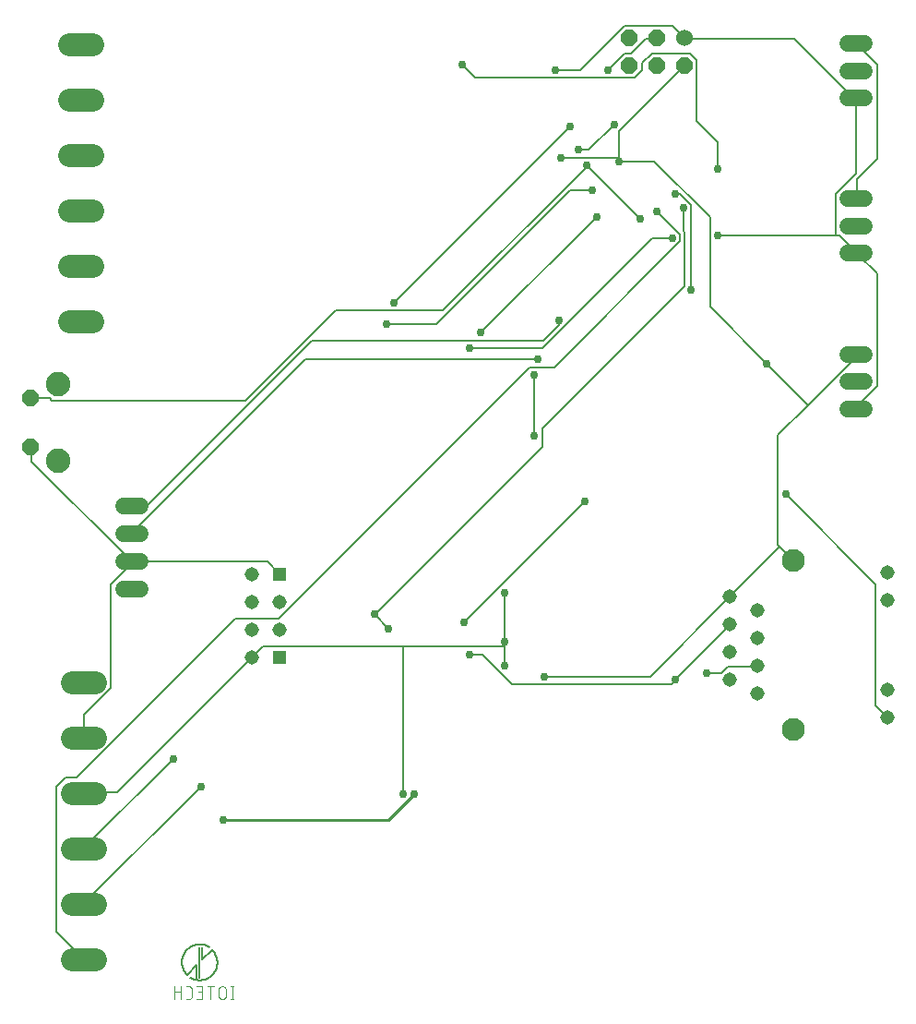
<source format=gbr>
G04 EAGLE Gerber RS-274X export*
G75*
%MOMM*%
%FSLAX34Y34*%
%LPD*%
%AMOC8*
5,1,8,0,0,1.08239X$1,22.5*%
G01*
%ADD10C,1.524000*%
%ADD11R,1.308000X1.308000*%
%ADD12C,1.308000*%
%ADD13C,2.095500*%
%ADD14C,2.100000*%
%ADD15C,1.524000*%
%ADD16P,1.649562X8X202.500000*%
%ADD17C,0.127000*%
%ADD18C,0.101600*%
%ADD19P,1.649562X8X292.500000*%
%ADD20C,2.247900*%
%ADD21C,0.254000*%
%ADD22C,0.756400*%
%ADD23C,0.203200*%


D10*
X772380Y620000D02*
X787620Y620000D01*
X787620Y595000D02*
X772380Y595000D01*
X772380Y570000D02*
X787620Y570000D01*
X787620Y762500D02*
X772380Y762500D01*
X772380Y737500D02*
X787620Y737500D01*
X787620Y712500D02*
X772380Y712500D01*
D11*
X251125Y418250D03*
X251125Y342050D03*
D12*
X251125Y392850D03*
X251125Y367450D03*
X225725Y367450D03*
X225725Y392850D03*
X225725Y418250D03*
X225725Y342050D03*
D13*
X78778Y904500D02*
X57823Y904500D01*
X57823Y853700D02*
X78778Y853700D01*
X78778Y650500D02*
X57823Y650500D01*
X57823Y802900D02*
X78778Y802900D01*
X78778Y752100D02*
X57823Y752100D01*
X57823Y701300D02*
X78778Y701300D01*
X81278Y319500D02*
X60323Y319500D01*
X60323Y268700D02*
X81278Y268700D01*
X81278Y65500D02*
X60323Y65500D01*
X60323Y217900D02*
X81278Y217900D01*
X81278Y167100D02*
X60323Y167100D01*
X60323Y116300D02*
X81278Y116300D01*
D10*
X772380Y905000D02*
X787620Y905000D01*
X787620Y880000D02*
X772380Y880000D01*
X772380Y855000D02*
X787620Y855000D01*
D14*
X722700Y275750D03*
X722700Y430650D03*
D12*
X808400Y419450D03*
X808400Y394050D03*
X808400Y312350D03*
X808400Y286950D03*
X664300Y397600D03*
X664300Y372200D03*
X664300Y346800D03*
X664300Y321400D03*
X689700Y385000D03*
X689700Y359600D03*
X689700Y334200D03*
X689700Y308800D03*
D10*
X122620Y404400D02*
X107380Y404400D01*
X107380Y429800D02*
X122620Y429800D01*
X122620Y455200D02*
X107380Y455200D01*
X107380Y480600D02*
X122620Y480600D01*
D15*
X622900Y910200D03*
D16*
X597500Y910200D03*
X572100Y910200D03*
X622900Y884800D03*
X597500Y884800D03*
X572100Y884800D03*
D17*
X177500Y76470D02*
X177500Y48530D01*
X174960Y48530D02*
X174960Y59960D01*
X166070Y51070D01*
X180040Y65040D02*
X188930Y73930D01*
X180040Y76470D02*
X180040Y65040D01*
X186390Y76471D02*
X186051Y76680D01*
X185707Y76881D01*
X185358Y77074D01*
X185005Y77258D01*
X184647Y77433D01*
X184285Y77600D01*
X183919Y77758D01*
X183549Y77907D01*
X183176Y78046D01*
X182799Y78177D01*
X182420Y78298D01*
X182037Y78411D01*
X181652Y78513D01*
X181265Y78607D01*
X180875Y78691D01*
X180484Y78765D01*
X180091Y78830D01*
X179696Y78885D01*
X179300Y78931D01*
X178903Y78967D01*
X178505Y78993D01*
X178107Y79010D01*
X177709Y79017D01*
X177310Y79014D01*
X176912Y79001D01*
X176514Y78979D01*
X176117Y78947D01*
X175720Y78906D01*
X175325Y78855D01*
X174931Y78794D01*
X174539Y78724D01*
X174149Y78644D01*
X173760Y78554D01*
X173374Y78455D01*
X172991Y78347D01*
X172610Y78230D01*
X172232Y78103D01*
X171857Y77967D01*
X171486Y77822D01*
X171118Y77668D01*
X170755Y77505D01*
X170395Y77333D01*
X170040Y77153D01*
X169689Y76964D01*
X169343Y76767D01*
X169001Y76561D01*
X168665Y76347D01*
X168335Y76124D01*
X168009Y75894D01*
X167690Y75656D01*
X167376Y75410D01*
X167068Y75157D01*
X166767Y74896D01*
X166472Y74628D01*
X166184Y74353D01*
X165902Y74071D01*
X165628Y73782D01*
X165360Y73486D01*
X165100Y73184D01*
X164847Y72876D01*
X164602Y72562D01*
X164365Y72242D01*
X164135Y71916D01*
X163914Y71585D01*
X163700Y71248D01*
X163495Y70907D01*
X163298Y70560D01*
X163110Y70209D01*
X162930Y69853D01*
X162759Y69493D01*
X162597Y69129D01*
X162444Y68761D01*
X162300Y68390D01*
X162165Y68015D01*
X162039Y67637D01*
X161922Y67256D01*
X161815Y66872D01*
X161717Y66485D01*
X161628Y66097D01*
X161549Y65706D01*
X161479Y65314D01*
X161420Y64920D01*
X161369Y64525D01*
X161328Y64128D01*
X161297Y63731D01*
X161276Y63333D01*
X161264Y62935D01*
X161262Y62536D01*
X161270Y62138D01*
X161288Y61739D01*
X161315Y61342D01*
X161352Y60945D01*
X161398Y60549D01*
X161454Y60155D01*
X161520Y59761D01*
X161595Y59370D01*
X161680Y58981D01*
X161774Y58593D01*
X161878Y58209D01*
X161991Y57826D01*
X162113Y57447D01*
X162244Y57071D01*
X162385Y56698D01*
X162535Y56329D01*
X162693Y55963D01*
X162861Y55601D01*
X163037Y55244D01*
X163222Y54891D01*
X163415Y54542D01*
X163617Y54199D01*
X163827Y53860D01*
X164045Y53527D01*
X164271Y53199D01*
X164506Y52876D01*
X164748Y52560D01*
X164997Y52249D01*
X165255Y51945D01*
X165519Y51646D01*
X165791Y51355D01*
X166070Y51070D01*
X168610Y48529D02*
X168949Y48320D01*
X169293Y48119D01*
X169642Y47926D01*
X169995Y47742D01*
X170353Y47567D01*
X170715Y47400D01*
X171081Y47242D01*
X171451Y47093D01*
X171824Y46954D01*
X172201Y46823D01*
X172580Y46702D01*
X172963Y46589D01*
X173348Y46487D01*
X173735Y46393D01*
X174125Y46309D01*
X174516Y46235D01*
X174909Y46170D01*
X175304Y46115D01*
X175700Y46069D01*
X176097Y46033D01*
X176495Y46007D01*
X176893Y45990D01*
X177291Y45983D01*
X177690Y45986D01*
X178088Y45999D01*
X178486Y46021D01*
X178883Y46053D01*
X179280Y46094D01*
X179675Y46145D01*
X180069Y46206D01*
X180461Y46276D01*
X180851Y46356D01*
X181240Y46446D01*
X181626Y46545D01*
X182009Y46653D01*
X182390Y46770D01*
X182768Y46897D01*
X183143Y47033D01*
X183514Y47178D01*
X183882Y47332D01*
X184245Y47495D01*
X184605Y47667D01*
X184960Y47847D01*
X185311Y48036D01*
X185657Y48233D01*
X185999Y48439D01*
X186335Y48653D01*
X186665Y48876D01*
X186991Y49106D01*
X187310Y49344D01*
X187624Y49590D01*
X187932Y49843D01*
X188233Y50104D01*
X188528Y50372D01*
X188816Y50647D01*
X189098Y50929D01*
X189372Y51218D01*
X189640Y51514D01*
X189900Y51816D01*
X190153Y52124D01*
X190398Y52438D01*
X190635Y52758D01*
X190865Y53084D01*
X191086Y53415D01*
X191300Y53752D01*
X191505Y54093D01*
X191702Y54440D01*
X191890Y54791D01*
X192070Y55147D01*
X192241Y55507D01*
X192403Y55871D01*
X192556Y56239D01*
X192700Y56610D01*
X192835Y56985D01*
X192961Y57363D01*
X193078Y57744D01*
X193185Y58128D01*
X193283Y58515D01*
X193372Y58903D01*
X193451Y59294D01*
X193521Y59686D01*
X193580Y60080D01*
X193631Y60475D01*
X193672Y60872D01*
X193703Y61269D01*
X193724Y61667D01*
X193736Y62065D01*
X193738Y62464D01*
X193730Y62862D01*
X193712Y63261D01*
X193685Y63658D01*
X193648Y64055D01*
X193602Y64451D01*
X193546Y64845D01*
X193480Y65239D01*
X193405Y65630D01*
X193320Y66019D01*
X193226Y66407D01*
X193122Y66791D01*
X193009Y67174D01*
X192887Y67553D01*
X192756Y67929D01*
X192615Y68302D01*
X192465Y68671D01*
X192307Y69037D01*
X192139Y69399D01*
X191963Y69756D01*
X191778Y70109D01*
X191585Y70458D01*
X191383Y70801D01*
X191173Y71140D01*
X190955Y71473D01*
X190729Y71801D01*
X190494Y72124D01*
X190252Y72440D01*
X190003Y72751D01*
X189745Y73055D01*
X189481Y73354D01*
X189209Y73645D01*
X188930Y73930D01*
D18*
X207444Y40402D02*
X207444Y28718D01*
X208742Y28718D02*
X206146Y28718D01*
X206146Y40402D02*
X208742Y40402D01*
X201545Y37156D02*
X201545Y31964D01*
X201546Y37156D02*
X201544Y37269D01*
X201538Y37382D01*
X201528Y37495D01*
X201514Y37608D01*
X201497Y37720D01*
X201475Y37831D01*
X201450Y37941D01*
X201420Y38051D01*
X201387Y38159D01*
X201350Y38266D01*
X201310Y38372D01*
X201265Y38476D01*
X201217Y38579D01*
X201166Y38680D01*
X201111Y38779D01*
X201053Y38876D01*
X200991Y38971D01*
X200926Y39064D01*
X200858Y39154D01*
X200787Y39242D01*
X200712Y39328D01*
X200635Y39411D01*
X200555Y39491D01*
X200472Y39568D01*
X200386Y39643D01*
X200298Y39714D01*
X200208Y39782D01*
X200115Y39847D01*
X200020Y39909D01*
X199923Y39967D01*
X199824Y40022D01*
X199723Y40073D01*
X199620Y40121D01*
X199516Y40166D01*
X199410Y40206D01*
X199303Y40243D01*
X199195Y40276D01*
X199085Y40306D01*
X198975Y40331D01*
X198864Y40353D01*
X198752Y40370D01*
X198639Y40384D01*
X198526Y40394D01*
X198413Y40400D01*
X198300Y40402D01*
X198187Y40400D01*
X198074Y40394D01*
X197961Y40384D01*
X197848Y40370D01*
X197736Y40353D01*
X197625Y40331D01*
X197515Y40306D01*
X197405Y40276D01*
X197297Y40243D01*
X197190Y40206D01*
X197084Y40166D01*
X196980Y40121D01*
X196877Y40073D01*
X196776Y40022D01*
X196677Y39967D01*
X196580Y39909D01*
X196485Y39847D01*
X196392Y39782D01*
X196302Y39714D01*
X196214Y39643D01*
X196128Y39568D01*
X196045Y39491D01*
X195965Y39411D01*
X195888Y39328D01*
X195813Y39242D01*
X195742Y39154D01*
X195674Y39064D01*
X195609Y38971D01*
X195547Y38876D01*
X195489Y38779D01*
X195434Y38680D01*
X195383Y38579D01*
X195335Y38476D01*
X195290Y38372D01*
X195250Y38266D01*
X195213Y38159D01*
X195180Y38051D01*
X195150Y37941D01*
X195125Y37831D01*
X195103Y37720D01*
X195086Y37608D01*
X195072Y37495D01*
X195062Y37382D01*
X195056Y37269D01*
X195054Y37156D01*
X195054Y31964D01*
X195056Y31851D01*
X195062Y31738D01*
X195072Y31625D01*
X195086Y31512D01*
X195103Y31400D01*
X195125Y31289D01*
X195150Y31179D01*
X195180Y31069D01*
X195213Y30961D01*
X195250Y30854D01*
X195290Y30748D01*
X195335Y30644D01*
X195383Y30541D01*
X195434Y30440D01*
X195489Y30341D01*
X195547Y30244D01*
X195609Y30149D01*
X195674Y30056D01*
X195742Y29966D01*
X195813Y29878D01*
X195888Y29792D01*
X195965Y29709D01*
X196045Y29629D01*
X196128Y29552D01*
X196214Y29477D01*
X196302Y29406D01*
X196392Y29338D01*
X196485Y29273D01*
X196580Y29211D01*
X196677Y29153D01*
X196776Y29098D01*
X196877Y29047D01*
X196980Y28999D01*
X197084Y28954D01*
X197190Y28914D01*
X197297Y28877D01*
X197405Y28844D01*
X197515Y28814D01*
X197625Y28789D01*
X197736Y28767D01*
X197848Y28750D01*
X197961Y28736D01*
X198074Y28726D01*
X198187Y28720D01*
X198300Y28718D01*
X198413Y28720D01*
X198526Y28726D01*
X198639Y28736D01*
X198752Y28750D01*
X198864Y28767D01*
X198975Y28789D01*
X199085Y28814D01*
X199195Y28844D01*
X199303Y28877D01*
X199410Y28914D01*
X199516Y28954D01*
X199620Y28999D01*
X199723Y29047D01*
X199824Y29098D01*
X199923Y29153D01*
X200020Y29211D01*
X200115Y29273D01*
X200208Y29338D01*
X200298Y29406D01*
X200386Y29477D01*
X200472Y29552D01*
X200555Y29629D01*
X200635Y29709D01*
X200712Y29792D01*
X200787Y29878D01*
X200858Y29966D01*
X200926Y30056D01*
X200991Y30149D01*
X201053Y30244D01*
X201111Y30341D01*
X201166Y30440D01*
X201217Y30541D01*
X201265Y30644D01*
X201310Y30748D01*
X201350Y30854D01*
X201387Y30961D01*
X201420Y31069D01*
X201450Y31179D01*
X201475Y31289D01*
X201497Y31400D01*
X201514Y31512D01*
X201528Y31625D01*
X201538Y31738D01*
X201544Y31851D01*
X201546Y31964D01*
X187632Y28718D02*
X187632Y40402D01*
X190877Y40402D02*
X184386Y40402D01*
X179806Y28718D02*
X174613Y28718D01*
X179806Y28718D02*
X179806Y40402D01*
X174613Y40402D01*
X175911Y35209D02*
X179806Y35209D01*
X167740Y28718D02*
X165144Y28718D01*
X167740Y28718D02*
X167839Y28720D01*
X167939Y28726D01*
X168038Y28735D01*
X168136Y28748D01*
X168234Y28765D01*
X168332Y28786D01*
X168428Y28811D01*
X168523Y28839D01*
X168617Y28871D01*
X168710Y28906D01*
X168802Y28945D01*
X168892Y28988D01*
X168980Y29033D01*
X169067Y29083D01*
X169151Y29135D01*
X169234Y29191D01*
X169314Y29249D01*
X169392Y29311D01*
X169467Y29376D01*
X169540Y29444D01*
X169610Y29514D01*
X169678Y29587D01*
X169743Y29662D01*
X169805Y29740D01*
X169863Y29820D01*
X169919Y29903D01*
X169971Y29987D01*
X170021Y30074D01*
X170066Y30162D01*
X170109Y30252D01*
X170148Y30344D01*
X170183Y30437D01*
X170215Y30531D01*
X170243Y30626D01*
X170268Y30722D01*
X170289Y30820D01*
X170306Y30918D01*
X170319Y31016D01*
X170328Y31115D01*
X170334Y31215D01*
X170336Y31314D01*
X170337Y31314D02*
X170337Y37806D01*
X170336Y37806D02*
X170334Y37905D01*
X170328Y38005D01*
X170319Y38104D01*
X170306Y38202D01*
X170289Y38300D01*
X170268Y38398D01*
X170243Y38494D01*
X170215Y38589D01*
X170183Y38683D01*
X170148Y38776D01*
X170109Y38868D01*
X170066Y38958D01*
X170021Y39046D01*
X169971Y39133D01*
X169919Y39217D01*
X169863Y39300D01*
X169805Y39380D01*
X169743Y39458D01*
X169678Y39533D01*
X169610Y39606D01*
X169540Y39676D01*
X169467Y39744D01*
X169392Y39809D01*
X169314Y39871D01*
X169234Y39929D01*
X169151Y39985D01*
X169067Y40037D01*
X168980Y40087D01*
X168892Y40132D01*
X168802Y40175D01*
X168710Y40214D01*
X168617Y40249D01*
X168523Y40281D01*
X168428Y40309D01*
X168332Y40334D01*
X168234Y40355D01*
X168136Y40372D01*
X168038Y40385D01*
X167939Y40394D01*
X167839Y40400D01*
X167740Y40402D01*
X165144Y40402D01*
X160397Y40402D02*
X160397Y28718D01*
X160397Y35209D02*
X153906Y35209D01*
X153906Y40402D02*
X153906Y28718D01*
D19*
X22554Y580106D03*
X22554Y534894D03*
D20*
X47446Y592552D03*
X47446Y522448D03*
D21*
X374524Y216346D02*
X351052Y192875D01*
X198998Y192875D01*
D22*
X374524Y216346D03*
X198998Y192875D03*
D23*
X239818Y429631D02*
X115317Y429631D01*
X239818Y429631D02*
X251043Y418405D01*
X115317Y429631D02*
X115000Y429800D01*
X251043Y418405D02*
X251125Y418250D01*
X23472Y521476D02*
X23472Y534742D01*
X23472Y521476D02*
X114296Y430651D01*
X23472Y534742D02*
X22554Y534894D01*
X114296Y430651D02*
X115000Y429800D01*
X71435Y289822D02*
X71435Y269412D01*
X71435Y289822D02*
X95927Y314314D01*
X95927Y409221D01*
X115317Y428610D01*
X71435Y269412D02*
X70800Y268700D01*
X115317Y428610D02*
X115000Y429800D01*
X780683Y763334D02*
X780683Y780683D01*
X799052Y799052D01*
X799052Y885794D01*
X780683Y904163D01*
X780683Y763334D02*
X780000Y762500D01*
X780683Y904163D02*
X780000Y905000D01*
X562296Y824564D02*
X562296Y800072D01*
X562296Y824564D02*
X622505Y884774D01*
X622900Y884800D01*
X562296Y800072D02*
X509230Y800072D01*
X562296Y800072D02*
X562296Y797011D01*
X590870Y324519D02*
X493922Y324519D01*
X590870Y324519D02*
X663325Y396975D01*
X664300Y397600D01*
X779662Y617403D02*
X779662Y619444D01*
X735781Y573521D02*
X708227Y545968D01*
X735781Y573521D02*
X779662Y617403D01*
X708227Y545968D02*
X708227Y444938D01*
X709758Y443407D02*
X722514Y430651D01*
X709758Y443407D02*
X708227Y444938D01*
X779662Y619444D02*
X780000Y620000D01*
X722700Y430650D02*
X722514Y430651D01*
X735781Y573521D02*
X698022Y611280D01*
X709758Y443407D02*
X664346Y397995D01*
X664300Y397600D01*
X594952Y797011D02*
X562296Y797011D01*
X594952Y797011D02*
X645977Y745986D01*
X645977Y663325D01*
X698022Y611280D01*
D22*
X562296Y797011D03*
X509230Y800072D03*
X493922Y324519D03*
X698022Y611280D03*
D23*
X537804Y770478D02*
X517394Y770478D01*
X394934Y648018D01*
X349011Y648018D01*
X153075Y249002D02*
X71435Y167362D01*
X70800Y167100D01*
D22*
X537804Y770478D03*
X349011Y648018D03*
X153075Y249002D03*
D23*
X484738Y544947D02*
X484738Y601075D01*
D22*
X484738Y601075D03*
X484738Y544947D03*
D23*
X592911Y726596D02*
X611280Y726596D01*
X592911Y726596D02*
X491881Y625567D01*
X425549Y625567D01*
D22*
X611280Y726596D03*
X425549Y625567D03*
D23*
X530660Y484738D02*
X420446Y374524D01*
D22*
X420446Y374524D03*
X530660Y484738D03*
D23*
X614341Y767416D02*
X618423Y767416D01*
X628628Y757211D01*
X628628Y678633D01*
D22*
X614341Y767416D03*
X628628Y678633D03*
D23*
X337786Y381667D02*
X351052Y368401D01*
X621485Y732719D02*
X621485Y754150D01*
X621485Y732719D02*
X622505Y731699D01*
X622505Y682715D01*
X491881Y552091D01*
X491881Y534742D01*
X338806Y381667D01*
X337786Y381667D01*
D22*
X337786Y381667D03*
X351052Y368401D03*
X621485Y754150D03*
D23*
X653120Y789867D02*
X653120Y814359D01*
X633731Y833749D01*
X633731Y889876D01*
X627608Y895999D01*
X592911Y895999D01*
X583726Y886815D01*
X583726Y880692D01*
X576583Y873548D01*
X430651Y873548D01*
X418405Y885794D01*
D22*
X653120Y789867D03*
X418405Y885794D03*
D23*
X596993Y751088D02*
X618423Y729658D01*
X618423Y723535D01*
X503107Y608218D01*
X480656Y608218D01*
X250023Y377585D01*
X210223Y377585D01*
X64292Y231654D01*
X54087Y231654D01*
X45923Y223490D01*
X45923Y90825D01*
X70415Y66333D01*
X70800Y65500D01*
D22*
X596993Y751088D03*
D23*
X541886Y745986D02*
X435754Y639854D01*
X178588Y223490D02*
X71435Y116337D01*
X70800Y116300D01*
D22*
X541886Y745986D03*
X435754Y639854D03*
X178588Y223490D03*
D23*
X504127Y880692D02*
X526578Y880692D01*
X567398Y921512D01*
X611280Y921512D01*
X622505Y910286D01*
X622900Y910200D01*
X761293Y728637D02*
X764355Y728637D01*
X761293Y728637D02*
X653120Y728637D01*
X764355Y728637D02*
X779662Y713330D01*
X780000Y712500D01*
X780683Y572501D02*
X780683Y570460D01*
X780683Y572501D02*
X799052Y590870D01*
X799052Y693940D01*
X780683Y712309D01*
X780683Y570460D02*
X780000Y570000D01*
X780683Y712309D02*
X780000Y712500D01*
X779662Y785785D02*
X779662Y854159D01*
X779662Y785785D02*
X761293Y767416D01*
X761293Y728637D01*
X779662Y854159D02*
X780000Y855000D01*
X723535Y909266D02*
X623526Y909266D01*
X723535Y909266D02*
X778642Y854159D01*
X623526Y909266D02*
X622900Y910200D01*
X778642Y854159D02*
X780000Y855000D01*
X457184Y356155D02*
X457184Y352073D01*
X457184Y334724D01*
X457184Y356155D02*
X457184Y401057D01*
X102050Y218387D02*
X71435Y218387D01*
X102050Y218387D02*
X225531Y341868D01*
X71435Y218387D02*
X70800Y217900D01*
X225531Y341868D02*
X225725Y342050D01*
X235736Y352073D02*
X364319Y352073D01*
X457184Y352073D01*
X235736Y352073D02*
X226551Y342888D01*
X225725Y342050D01*
X364319Y352073D02*
X364319Y216346D01*
D22*
X504127Y880692D03*
X653120Y728637D03*
X457184Y334724D03*
X457184Y356155D03*
X457184Y401057D03*
X364319Y216346D03*
D23*
X715371Y491881D02*
X798031Y409221D01*
X798031Y297986D01*
X808236Y287781D01*
X808400Y286950D01*
D22*
X715371Y491881D03*
D23*
X664346Y371462D02*
X614341Y321458D01*
X664346Y371462D02*
X664300Y372200D01*
X436774Y344929D02*
X425549Y344929D01*
X436774Y344929D02*
X464328Y317376D01*
X610259Y317376D01*
X614341Y321458D01*
D22*
X614341Y321458D03*
X425549Y344929D03*
D23*
X642915Y327581D02*
X656182Y327581D01*
X662305Y333704D01*
X688838Y333704D01*
X689700Y334200D01*
D22*
X642915Y327581D03*
D23*
X534742Y807216D02*
X525558Y807216D01*
X534742Y807216D02*
X558214Y830687D01*
D22*
X525558Y807216D03*
X558214Y830687D03*
D23*
X532701Y792929D02*
X581685Y743945D01*
X39800Y579644D02*
X23472Y579644D01*
X39800Y579644D02*
X41841Y577603D01*
X219408Y577603D01*
X302068Y660264D01*
X401057Y660264D01*
X532701Y791908D01*
X23472Y579644D02*
X22554Y580106D01*
X532701Y791908D02*
X532701Y792929D01*
D22*
X581685Y743945D03*
X532701Y792929D03*
D23*
X487799Y615362D02*
X274515Y615362D01*
X115317Y456164D01*
X115000Y455200D01*
D22*
X487799Y615362D03*
D23*
X586788Y909266D02*
X596993Y909266D01*
X586788Y909266D02*
X573521Y895999D01*
X567398Y895999D01*
X552091Y880692D01*
X596993Y909266D02*
X597500Y910200D01*
D22*
X552091Y880692D03*
D23*
X517394Y828646D02*
X356155Y667407D01*
D22*
X517394Y828646D03*
X356155Y667407D03*
D23*
X507189Y651079D02*
X507189Y646997D01*
X492902Y632710D01*
X280638Y632710D01*
X128583Y480656D01*
X115317Y480656D01*
X115000Y480600D01*
D22*
X507189Y651079D03*
M02*

</source>
